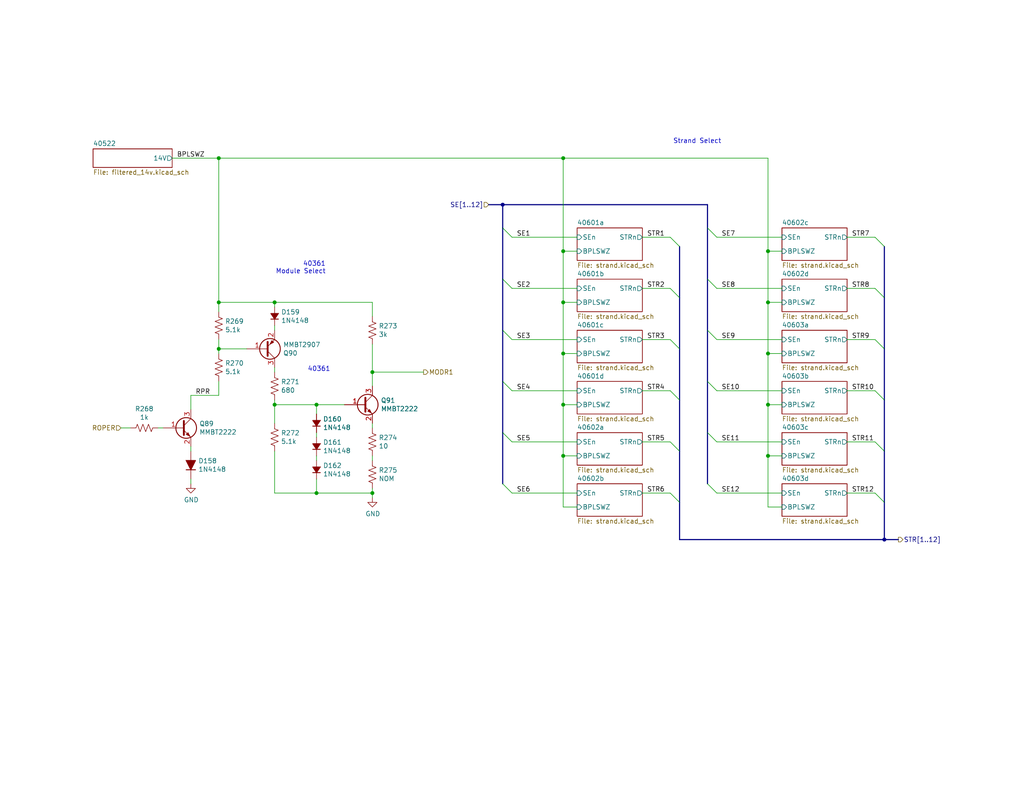
<source format=kicad_sch>
(kicad_sch (version 20211123) (generator eeschema)
  (paper "USLetter")
  (lib_symbols
    (symbol "Device:D_Filled" (pin_numbers hide) (pin_names (offset 1.016) hide)
      (property "Reference" "D" (at 0 2.54 0))
      (property "Value" "D_Filled" (at 0 -2.54 0))
      (symbol "D_Filled_0_1"
        (polyline (pts (xy -1.27 1.27) (xy -1.27 -1.27)) (stroke (width 0.254)))
        (polyline (pts (xy 1.27 0) (xy -1.27 0)))
        (polyline (pts (xy 1.27 1.27) (xy 1.27 -1.27) (xy -1.27 0) (xy 1.27 1.27)) (stroke (width 0.254)) (fill (type outline)))
      )
      (symbol "D_Filled_1_1"
        (pin passive line (at -3.81 0 0) (length 2.54) (name "K") (number "1"))
        (pin passive line (at 3.81 0 180) (length 2.54) (name "A") (number "2"))
      )
    )
    (symbol "Device:D_Small_Filled" (pin_numbers hide) (pin_names (offset 0.254) hide)
      (property "Reference" "D" (at -1.27 2.032 0))
      (property "Value" "D_Small_Filled" (at -3.81 -2.032 0))
      (symbol "D_Small_Filled_0_1"
        (polyline (pts (xy -0.762 -1.016) (xy -0.762 1.016)) (stroke (width 0.254)))
        (polyline (pts (xy -0.762 0) (xy 0.762 0)))
        (polyline (pts (xy 0.762 -1.016) (xy -0.762 0) (xy 0.762 1.016) (xy 0.762 -1.016)) (stroke (width 0.254)) (fill (type outline)))
      )
      (symbol "D_Small_Filled_1_1"
        (pin passive line (at -2.54 0 0) (length 1.778) (name "K") (number "1"))
        (pin passive line (at 2.54 0 180) (length 1.778) (name "A") (number "2"))
      )
    )
    (symbol "Device:Q_NPN_BEC" (pin_names (offset 0) hide)
      (property "Reference" "Q" (at 5.08 1.27 0))
      (property "Value" "Q_NPN_BEC" (at 5.08 -1.27 0))
      (symbol "Q_NPN_BEC_0_1"
        (polyline (pts (xy 0.635 0.635) (xy 2.54 2.54)))
        (polyline (pts (xy 0.635 -0.635) (xy 2.54 -2.54) (xy 2.54 -2.54)))
        (polyline (pts (xy 0.635 1.905) (xy 0.635 -1.905) (xy 0.635 -1.905)) (stroke (width 0.508)))
        (polyline (pts (xy 1.27 -1.778) (xy 1.778 -1.27) (xy 2.286 -2.286) (xy 1.27 -1.778) (xy 1.27 -1.778)) (fill (type outline)))
        (circle (center 1.27 0) (radius 2.8194) (stroke (width 0.254)))
      )
      (symbol "Q_NPN_BEC_1_1"
        (pin input line (at -5.08 0 0) (length 5.715) (name "B") (number "1"))
        (pin passive line (at 2.54 -5.08 90) (length 2.54) (name "E") (number "2"))
        (pin passive line (at 2.54 5.08 270) (length 2.54) (name "C") (number "3"))
      )
    )
    (symbol "Device:Q_PNP_BEC" (pin_names (offset 0) hide)
      (property "Reference" "Q" (at 5.08 1.27 0))
      (property "Value" "Q_PNP_BEC" (at 5.08 -1.27 0))
      (symbol "Q_PNP_BEC_0_1"
        (polyline (pts (xy 0.635 0.635) (xy 2.54 2.54)))
        (polyline (pts (xy 0.635 -0.635) (xy 2.54 -2.54) (xy 2.54 -2.54)))
        (polyline (pts (xy 0.635 1.905) (xy 0.635 -1.905) (xy 0.635 -1.905)) (stroke (width 0.508)))
        (polyline (pts (xy 2.286 -1.778) (xy 1.778 -2.286) (xy 1.27 -1.27) (xy 2.286 -1.778) (xy 2.286 -1.778)) (fill (type outline)))
        (circle (center 1.27 0) (radius 2.8194) (stroke (width 0.254)))
      )
      (symbol "Q_PNP_BEC_1_1"
        (pin input line (at -5.08 0 0) (length 5.715) (name "B") (number "1"))
        (pin passive line (at 2.54 -5.08 90) (length 2.54) (name "E") (number "2"))
        (pin passive line (at 2.54 5.08 270) (length 2.54) (name "C") (number "3"))
      )
    )
    (symbol "Device:R_US" (pin_numbers hide) (pin_names (offset 0))
      (property "Reference" "R" (at 2.54 0 90))
      (property "Value" "R_US" (at -2.54 0 90))
      (symbol "R_US_0_1"
        (polyline (pts (xy 0 -2.286) (xy 0 -2.54)))
        (polyline (pts (xy 0 2.286) (xy 0 2.54)))
        (polyline (pts (xy 0 -0.762) (xy 1.016 -1.143) (xy 0 -1.524) (xy -1.016 -1.905) (xy 0 -2.286)))
        (polyline (pts (xy 0 0.762) (xy 1.016 0.381) (xy 0 0) (xy -1.016 -0.381) (xy 0 -0.762)))
        (polyline (pts (xy 0 2.286) (xy 1.016 1.905) (xy 0 1.524) (xy -1.016 1.143) (xy 0 0.762)))
      )
      (symbol "R_US_1_1"
        (pin passive line (at 0 3.81 270) (length 1.27) (name "~") (number "1"))
        (pin passive line (at 0 -3.81 90) (length 1.27) (name "~") (number "2"))
      )
    )
    (symbol "power:GND" (power) (pin_names (offset 0))
      (property "Value" "GND" (at 0 -3.81 0))
      (symbol "GND_0_1"
        (polyline (pts (xy 0 0) (xy 0 -1.27) (xy 1.27 -1.27) (xy 0 -2.54) (xy -1.27 -1.27) (xy 0 -1.27)))
      )
      (symbol "GND_1_1"
        (pin power_in line (at 0 0 270) (length 0) hide (name "GND") (number "1"))
      )
    )
  )
  (junction (at 153.67 110.49))
  (junction (at 59.69 43.18))
  (junction (at 86.36 110.49))
  (junction (at 101.6 101.6))
  (junction (at 153.67 68.58))
  (junction (at 209.55 82.55))
  (junction (at 86.36 134.62))
  (junction (at 153.67 82.55))
  (junction (at 209.55 96.52))
  (junction (at 59.69 82.55))
  (junction (at 209.55 110.49))
  (junction (at 59.69 95.25))
  (junction (at 74.93 82.55))
  (junction (at 153.67 124.46))
  (junction (at 153.67 96.52))
  (junction (at 153.67 43.18))
  (junction (at 209.55 68.58))
  (junction (at 74.93 110.49))
  (junction (at 241.3 147.32))
  (junction (at 101.6 134.62))
  (junction (at 137.16 55.88))
  (junction (at 209.55 124.46))
  (bus_entry (at 185.42 67.31) (size -2.54 -2.54))
  (bus_entry (at 193.04 90.17) (size 2.54 2.54))
  (bus_entry (at 241.3 109.22) (size -2.54 -2.54))
  (bus_entry (at 193.04 132.08) (size 2.54 2.54))
  (bus_entry (at 137.16 132.08) (size 2.54 2.54))
  (bus_entry (at 193.04 118.11) (size 2.54 2.54))
  (bus_entry (at 193.04 76.2) (size 2.54 2.54))
  (bus_entry (at 185.42 123.19) (size -2.54 -2.54))
  (bus_entry (at 241.3 67.31) (size -2.54 -2.54))
  (bus_entry (at 137.16 104.14) (size 2.54 2.54))
  (bus_entry (at 241.3 95.25) (size -2.54 -2.54))
  (bus_entry (at 137.16 90.17) (size 2.54 2.54))
  (bus_entry (at 185.42 109.22) (size -2.54 -2.54))
  (bus_entry (at 241.3 137.16) (size -2.54 -2.54))
  (bus_entry (at 241.3 123.19) (size -2.54 -2.54))
  (bus_entry (at 193.04 104.14) (size 2.54 2.54))
  (bus_entry (at 185.42 95.25) (size -2.54 -2.54))
  (bus_entry (at 185.42 137.16) (size -2.54 -2.54))
  (bus_entry (at 193.04 62.23) (size 2.54 2.54))
  (bus_entry (at 137.16 76.2) (size 2.54 2.54))
  (bus_entry (at 137.16 118.11) (size 2.54 2.54))
  (bus_entry (at 137.16 62.23) (size 2.54 2.54))
  (bus_entry (at 241.3 81.28) (size -2.54 -2.54))
  (bus_entry (at 185.42 81.28) (size -2.54 -2.54))
  (bus (pts (xy 241.3 137.16) (xy 241.3 147.32)))
  (bus (pts (xy 185.42 95.25) (xy 185.42 109.22)))
  (wire (pts (xy 213.36 96.52) (xy 209.55 96.52)))
  (wire (pts (xy 59.69 95.25) (xy 67.31 95.25)))
  (wire (pts (xy 153.67 110.49) (xy 153.67 124.46)))
  (wire (pts (xy 59.69 82.55) (xy 59.69 85.09)))
  (bus (pts (xy 193.04 62.23) (xy 193.04 76.2)))
  (wire (pts (xy 101.6 125.73) (xy 101.6 124.46)))
  (wire (pts (xy 175.26 120.65) (xy 182.88 120.65)))
  (bus (pts (xy 241.3 123.19) (xy 241.3 137.16)))
  (wire (pts (xy 74.93 100.33) (xy 74.93 101.6)))
  (wire (pts (xy 74.93 88.9) (xy 74.93 90.17)))
  (bus (pts (xy 193.04 55.88) (xy 193.04 62.23)))
  (wire (pts (xy 74.93 123.19) (xy 74.93 134.62)))
  (bus (pts (xy 193.04 76.2) (xy 193.04 90.17)))
  (wire (pts (xy 153.67 68.58) (xy 153.67 82.55)))
  (wire (pts (xy 86.36 110.49) (xy 86.36 113.03)))
  (wire (pts (xy 33.02 116.84) (xy 35.56 116.84)))
  (wire (pts (xy 195.58 120.65) (xy 213.36 120.65)))
  (bus (pts (xy 241.3 81.28) (xy 241.3 95.25)))
  (wire (pts (xy 209.55 124.46) (xy 209.55 138.43)))
  (wire (pts (xy 93.98 110.49) (xy 86.36 110.49)))
  (wire (pts (xy 43.18 116.84) (xy 44.45 116.84)))
  (bus (pts (xy 137.16 90.17) (xy 137.16 104.14)))
  (wire (pts (xy 101.6 86.36) (xy 101.6 82.55)))
  (bus (pts (xy 185.42 81.28) (xy 185.42 95.25)))
  (bus (pts (xy 137.16 55.88) (xy 133.35 55.88)))
  (bus (pts (xy 185.42 147.32) (xy 241.3 147.32)))
  (wire (pts (xy 74.93 110.49) (xy 74.93 115.57)))
  (wire (pts (xy 157.48 124.46) (xy 153.67 124.46)))
  (wire (pts (xy 231.14 64.77) (xy 238.76 64.77)))
  (wire (pts (xy 213.36 110.49) (xy 209.55 110.49)))
  (bus (pts (xy 185.42 137.16) (xy 185.42 147.32)))
  (wire (pts (xy 52.07 121.92) (xy 52.07 123.19)))
  (bus (pts (xy 185.42 123.19) (xy 185.42 137.16)))
  (wire (pts (xy 139.7 78.74) (xy 157.48 78.74)))
  (wire (pts (xy 74.93 134.62) (xy 86.36 134.62)))
  (wire (pts (xy 139.7 106.68) (xy 157.48 106.68)))
  (wire (pts (xy 175.26 134.62) (xy 182.88 134.62)))
  (bus (pts (xy 241.3 95.25) (xy 241.3 109.22)))
  (wire (pts (xy 175.26 106.68) (xy 182.88 106.68)))
  (wire (pts (xy 139.7 120.65) (xy 157.48 120.65)))
  (wire (pts (xy 157.48 138.43) (xy 153.67 138.43)))
  (wire (pts (xy 59.69 95.25) (xy 59.69 96.52)))
  (wire (pts (xy 52.07 130.81) (xy 52.07 132.08)))
  (wire (pts (xy 86.36 119.38) (xy 86.36 118.11)))
  (wire (pts (xy 59.69 92.71) (xy 59.69 95.25)))
  (wire (pts (xy 101.6 105.41) (xy 101.6 101.6)))
  (wire (pts (xy 157.48 110.49) (xy 153.67 110.49)))
  (wire (pts (xy 139.7 64.77) (xy 157.48 64.77)))
  (wire (pts (xy 46.99 43.18) (xy 59.69 43.18)))
  (bus (pts (xy 241.3 109.22) (xy 241.3 123.19)))
  (wire (pts (xy 209.55 43.18) (xy 209.55 68.58)))
  (bus (pts (xy 185.42 109.22) (xy 185.42 123.19)))
  (bus (pts (xy 137.16 55.88) (xy 193.04 55.88)))
  (wire (pts (xy 86.36 134.62) (xy 101.6 134.62)))
  (wire (pts (xy 101.6 82.55) (xy 74.93 82.55)))
  (wire (pts (xy 213.36 124.46) (xy 209.55 124.46)))
  (wire (pts (xy 74.93 109.22) (xy 74.93 110.49)))
  (wire (pts (xy 59.69 43.18) (xy 153.67 43.18)))
  (wire (pts (xy 231.14 92.71) (xy 238.76 92.71)))
  (wire (pts (xy 195.58 106.68) (xy 213.36 106.68)))
  (wire (pts (xy 52.07 107.95) (xy 59.69 107.95)))
  (bus (pts (xy 193.04 104.14) (xy 193.04 118.11)))
  (wire (pts (xy 195.58 78.74) (xy 213.36 78.74)))
  (wire (pts (xy 213.36 68.58) (xy 209.55 68.58)))
  (wire (pts (xy 231.14 78.74) (xy 238.76 78.74)))
  (wire (pts (xy 157.48 96.52) (xy 153.67 96.52)))
  (bus (pts (xy 193.04 90.17) (xy 193.04 104.14)))
  (wire (pts (xy 139.7 92.71) (xy 157.48 92.71)))
  (wire (pts (xy 59.69 104.14) (xy 59.69 107.95)))
  (wire (pts (xy 175.26 78.74) (xy 182.88 78.74)))
  (wire (pts (xy 209.55 96.52) (xy 209.55 110.49)))
  (wire (pts (xy 209.55 138.43) (xy 213.36 138.43)))
  (wire (pts (xy 195.58 134.62) (xy 213.36 134.62)))
  (wire (pts (xy 139.7 134.62) (xy 157.48 134.62)))
  (wire (pts (xy 86.36 134.62) (xy 86.36 130.81)))
  (bus (pts (xy 137.16 118.11) (xy 137.16 132.08)))
  (wire (pts (xy 231.14 106.68) (xy 238.76 106.68)))
  (wire (pts (xy 209.55 110.49) (xy 209.55 124.46)))
  (wire (pts (xy 195.58 64.77) (xy 213.36 64.77)))
  (wire (pts (xy 101.6 134.62) (xy 101.6 133.35)))
  (bus (pts (xy 137.16 62.23) (xy 137.16 76.2)))
  (bus (pts (xy 193.04 118.11) (xy 193.04 132.08)))
  (wire (pts (xy 157.48 68.58) (xy 153.67 68.58)))
  (bus (pts (xy 137.16 104.14) (xy 137.16 118.11)))
  (bus (pts (xy 241.3 147.32) (xy 245.11 147.32)))
  (bus (pts (xy 137.16 76.2) (xy 137.16 90.17)))
  (wire (pts (xy 74.93 110.49) (xy 86.36 110.49)))
  (wire (pts (xy 231.14 134.62) (xy 238.76 134.62)))
  (wire (pts (xy 52.07 111.76) (xy 52.07 107.95)))
  (wire (pts (xy 175.26 64.77) (xy 182.88 64.77)))
  (wire (pts (xy 195.58 92.71) (xy 213.36 92.71)))
  (wire (pts (xy 101.6 101.6) (xy 101.6 93.98)))
  (bus (pts (xy 185.42 67.31) (xy 185.42 81.28)))
  (wire (pts (xy 101.6 101.6) (xy 115.57 101.6)))
  (wire (pts (xy 153.67 43.18) (xy 209.55 43.18)))
  (wire (pts (xy 175.26 92.71) (xy 182.88 92.71)))
  (wire (pts (xy 153.67 43.18) (xy 153.67 68.58)))
  (wire (pts (xy 59.69 82.55) (xy 74.93 82.55)))
  (wire (pts (xy 74.93 82.55) (xy 74.93 83.82)))
  (bus (pts (xy 137.16 55.88) (xy 137.16 62.23)))
  (wire (pts (xy 153.67 82.55) (xy 153.67 96.52)))
  (wire (pts (xy 153.67 124.46) (xy 153.67 138.43)))
  (wire (pts (xy 231.14 120.65) (xy 238.76 120.65)))
  (wire (pts (xy 157.48 82.55) (xy 153.67 82.55)))
  (wire (pts (xy 153.67 96.52) (xy 153.67 110.49)))
  (wire (pts (xy 213.36 82.55) (xy 209.55 82.55)))
  (bus (pts (xy 241.3 67.31) (xy 241.3 81.28)))
  (wire (pts (xy 101.6 135.89) (xy 101.6 134.62)))
  (wire (pts (xy 86.36 125.73) (xy 86.36 124.46)))
  (wire (pts (xy 59.69 43.18) (xy 59.69 82.55)))
  (wire (pts (xy 209.55 68.58) (xy 209.55 82.55)))
  (wire (pts (xy 101.6 116.84) (xy 101.6 115.57)))
  (wire (pts (xy 209.55 82.55) (xy 209.55 96.52)))
  (text "40361\nModule Select" (at 88.9 74.93 180) (effects (font (size 1.27 1.27)) (justify right bottom)))
  (text "Strand Select" (at 196.85 39.37 180) (effects (font (size 1.27 1.27)) (justify right bottom)))
  (text "40361" (at 90.17 101.6 180) (effects (font (size 1.27 1.27)) (justify right bottom)))
  (label "STR4" (at 176.53 106.68 0))
  (label "STR11" (at 232.41 120.65 0))
  (label "STR6" (at 176.53 134.62 0))
  (label "SE12" (at 196.85 134.62 0))
  (label "STR10" (at 232.41 106.68 0))
  (label "SE7" (at 196.85 64.77 0))
  (label "STR1" (at 176.53 64.77 0))
  (label "SE10" (at 196.85 106.68 0))
  (label "SE4" (at 140.97 106.68 0))
  (label "STR12" (at 232.41 134.62 0))
  (label "STR9" (at 232.41 92.71 0))
  (label "SE2" (at 140.97 78.74 0))
  (label "STR2" (at 176.53 78.74 0))
  (label "BPLSWZ" (at 55.88 43.18 180))
  (label "SE1" (at 140.97 64.77 0))
  (label "RPR" (at 53.34 107.95 0))
  (label "STR5" (at 176.53 120.65 0))
  (label "SE8" (at 196.85 78.74 0))
  (label "SE5" (at 140.97 120.65 0))
  (label "STR3" (at 176.53 92.71 0))
  (label "STR8" (at 232.41 78.74 0))
  (label "STR7" (at 232.41 64.77 0))
  (label "SE6" (at 140.97 134.62 0))
  (label "SE11" (at 196.85 120.65 0))
  (label "SE3" (at 140.97 92.71 0))
  (label "SE9" (at 196.85 92.71 0))
  (hierarchical_label "SE[1..12]" (shape input) (at 133.35 55.88 180))
  (hierarchical_label "ROPER" (shape input) (at 33.02 116.84 180))
  (hierarchical_label "MODR1" (shape output) (at 115.57 101.6 0))
  (hierarchical_label "STR[1..12]" (shape output) (at 245.11 147.32 0))
  (symbol (lib_id "Device:R_US") (at 59.69 100.33 0) (unit 1)
    (property "Reference" "R270" (at 61.4172 99.1616 0) (effects (justify left)))
    (property "Value" "5.1k" (at 61.4172 101.473 0) (effects (justify left)))
    (property "Footprint" "Resistor_SMD:R_0603_1608Metric" (effects hide))
  )
  (symbol (lib_id "Device:R_US") (at 59.69 88.9 0) (unit 1)
    (property "Reference" "R269" (at 61.4172 87.7316 0) (effects (justify left)))
    (property "Value" "5.1k" (at 61.4172 90.043 0) (effects (justify left)))
    (property "Footprint" "Resistor_SMD:R_0603_1608Metric" (effects hide))
  )
  (symbol (lib_id "Device:Q_PNP_BEC") (at 72.39 95.25 0) (mirror x) (unit 1)
    (property "Reference" "Q90" (at 77.2414 96.4184 0) (effects (justify left)))
    (property "Value" "MMBT2907" (at 77.2414 94.107 0) (effects (justify left)))
    (property "Footprint" "Package_TO_SOT_SMD:SOT-23" (effects hide))
    (property "Digikey" "https://www.digikey.com/en/products/detail/MMBT2907A-G/641-1952-1-ND/9477883" (effects hide))
    (property "Part Number" "MMBT2907A-G" (effects hide))
  )
  (symbol (lib_id "Device:R_US") (at 74.93 105.41 0) (unit 1)
    (property "Reference" "R271" (at 76.6572 104.2416 0) (effects (justify left)))
    (property "Value" "680" (at 76.6572 106.553 0) (effects (justify left)))
    (property "Footprint" "Resistor_SMD:R_0603_1608Metric" (effects hide))
  )
  (symbol (lib_id "Device:R_US") (at 74.93 119.38 0) (unit 1)
    (property "Reference" "R272" (at 76.6572 118.2116 0) (effects (justify left)))
    (property "Value" "5.1k" (at 76.6572 120.523 0) (effects (justify left)))
    (property "Footprint" "Resistor_SMD:R_0603_1608Metric" (effects hide))
  )
  (symbol (lib_id "Device:D_Small_Filled") (at 74.93 86.36 90) (unit 1)
    (property "Reference" "D159" (at 76.708 85.1916 90) (effects (justify right)))
    (property "Value" "1N4148" (at 76.708 87.503 90) (effects (justify right)))
    (property "Footprint" "lachesis:D_SOD-323" (effects hide))
    (property "Part Number" "1N4148WSTR" (effects hide))
    (property "Digikey" "https://www.digikey.com/en/products/detail/smc-diode-solutions/1N4148WSTR/6022449" (effects hide))
  )
  (symbol (lib_id "Device:D_Small_Filled") (at 86.36 115.57 90) (unit 1)
    (property "Reference" "D160" (at 88.138 114.4016 90) (effects (justify right)))
    (property "Value" "1N4148" (at 88.138 116.713 90) (effects (justify right)))
    (property "Footprint" "lachesis:D_SOD-323" (effects hide))
    (property "Part Number" "1N4148WSTR" (effects hide))
    (property "Digikey" "https://www.digikey.com/en/products/detail/smc-diode-solutions/1N4148WSTR/6022449" (effects hide))
  )
  (symbol (lib_id "Device:D_Small_Filled") (at 86.36 121.92 90) (unit 1)
    (property "Reference" "D161" (at 88.138 120.7516 90) (effects (justify right)))
    (property "Value" "1N4148" (at 88.138 123.063 90) (effects (justify right)))
    (property "Footprint" "lachesis:D_SOD-323" (effects hide))
    (property "Part Number" "1N4148WSTR" (effects hide))
    (property "Digikey" "https://www.digikey.com/en/products/detail/smc-diode-solutions/1N4148WSTR/6022449" (effects hide))
  )
  (symbol (lib_id "Device:D_Small_Filled") (at 86.36 128.27 90) (unit 1)
    (property "Reference" "D162" (at 88.138 127.1016 90) (effects (justify right)))
    (property "Value" "1N4148" (at 88.138 129.413 90) (effects (justify right)))
    (property "Footprint" "lachesis:D_SOD-323" (effects hide))
    (property "Part Number" "1N4148WSTR" (effects hide))
    (property "Digikey" "https://www.digikey.com/en/products/detail/smc-diode-solutions/1N4148WSTR/6022449" (effects hide))
  )
  (symbol (lib_id "Device:Q_NPN_BEC") (at 99.06 110.49 0) (unit 1)
    (property "Reference" "Q91" (at 103.9114 109.3216 0) (effects (justify left)))
    (property "Value" "MMBT2222" (at 103.9114 111.633 0) (effects (justify left)))
    (property "Footprint" "Package_TO_SOT_SMD:SOT-23" (effects hide))
    (property "Digikey" "https://www.digikey.com/en/products/detail/MMBT2222A-G/641-1942-1-ND/9477875" (effects hide))
    (property "Part Number" "MMBT2222A-G" (effects hide))
  )
  (symbol (lib_id "Device:R_US") (at 101.6 120.65 0) (unit 1)
    (property "Reference" "R274" (at 103.3272 119.4816 0) (effects (justify left)))
    (property "Value" "10" (at 103.3272 121.793 0) (effects (justify left)))
    (property "Footprint" "Resistor_SMD:R_0603_1608Metric" (effects hide))
  )
  (symbol (lib_id "Device:R_US") (at 101.6 129.54 0) (unit 1)
    (property "Reference" "R275" (at 103.3272 128.3716 0) (effects (justify left)))
    (property "Value" "NOM" (at 103.3272 130.683 0) (effects (justify left)))
    (property "Footprint" "Resistor_SMD:R_0603_1608Metric" (effects hide))
  )
  (symbol (lib_id "Device:R_US") (at 101.6 90.17 0) (unit 1)
    (property "Reference" "R273" (at 103.3272 89.0016 0) (effects (justify left)))
    (property "Value" "3k" (at 103.3272 91.313 0) (effects (justify left)))
    (property "Footprint" "Resistor_SMD:R_0603_1608Metric" (effects hide))
  )
  (symbol (lib_id "Device:R_US") (at 39.37 116.84 270) (unit 1)
    (property "Reference" "R268" (at 39.37 111.633 90))
    (property "Value" "1k" (at 39.37 113.9444 90))
    (property "Footprint" "Resistor_SMD:R_0603_1608Metric" (effects hide))
  )
  (symbol (lib_id "Device:Q_NPN_BEC") (at 49.53 116.84 0) (unit 1)
    (property "Reference" "Q89" (at 54.3814 115.6716 0) (effects (justify left)))
    (property "Value" "MMBT2222" (at 54.3814 117.983 0) (effects (justify left)))
    (property "Footprint" "Package_TO_SOT_SMD:SOT-23" (effects hide))
    (property "Digikey" "https://www.digikey.com/en/products/detail/MMBT2222A-G/641-1942-1-ND/9477875" (effects hide))
    (property "Part Number" "MMBT2222A-G" (effects hide))
  )
  (symbol (lib_id "Device:D_Filled") (at 52.07 127 90) (unit 1)
    (property "Reference" "D158" (at 54.102 125.8316 90) (effects (justify right)))
    (property "Value" "1N4148" (at 54.102 128.143 90) (effects (justify right)))
    (property "Footprint" "lachesis:D_SOD-323" (effects hide))
    (property "Part Number" "1N4148WSTR" (effects hide))
    (property "Digikey" "https://www.digikey.com/en/products/detail/smc-diode-solutions/1N4148WSTR/6022449" (effects hide))
  )
  (symbol (lib_id "power:GND") (at 52.07 132.08 0) (unit 1)
    (property "Reference" "#PWR0160" (effects hide))
    (property "Value" "GND" (at 52.197 136.4742 0))
  )
  (symbol (lib_id "power:GND") (at 101.6 135.89 0) (unit 1)
    (property "Reference" "#PWR0161" (effects hide))
    (property "Value" "GND" (at 101.727 140.2842 0))
  )
  (sheet (at 157.48 62.23) (size 17.78 8.89)
    (property "Sheet name" "40601a" (at 157.48 61.5184 0) (effects (justify left bottom)))
    (property "Sheet file" "strand.kicad_sch" (at 157.48 71.7046 0) (effects (justify left top)))
    (pin "STRn" output (at 175.26 64.77 0))
    (pin "SEn" input (at 157.48 64.77 180))
    (pin "BPLSWZ" input (at 157.48 68.58 180))
  )
  (sheet (at 157.48 76.2) (size 17.78 8.89)
    (property "Sheet name" "40601b" (at 157.48 75.4884 0) (effects (justify left bottom)))
    (property "Sheet file" "strand.kicad_sch" (at 157.48 85.6746 0) (effects (justify left top)))
    (pin "STRn" output (at 175.26 78.74 0))
    (pin "SEn" input (at 157.48 78.74 180))
    (pin "BPLSWZ" input (at 157.48 82.55 180))
  )
  (sheet (at 157.48 90.17) (size 17.78 8.89)
    (property "Sheet name" "40601c" (at 157.48 89.4584 0) (effects (justify left bottom)))
    (property "Sheet file" "strand.kicad_sch" (at 157.48 99.6446 0) (effects (justify left top)))
    (pin "STRn" output (at 175.26 92.71 0))
    (pin "SEn" input (at 157.48 92.71 180))
    (pin "BPLSWZ" input (at 157.48 96.52 180))
  )
  (sheet (at 157.48 104.14) (size 17.78 8.89)
    (property "Sheet name" "40601d" (at 157.48 103.4284 0) (effects (justify left bottom)))
    (property "Sheet file" "strand.kicad_sch" (at 157.48 113.6146 0) (effects (justify left top)))
    (pin "STRn" output (at 175.26 106.68 0))
    (pin "SEn" input (at 157.48 106.68 180))
    (pin "BPLSWZ" input (at 157.48 110.49 180))
  )
  (sheet (at 157.48 118.11) (size 17.78 8.89)
    (property "Sheet name" "40602a" (at 157.48 117.3984 0) (effects (justify left bottom)))
    (property "Sheet file" "strand.kicad_sch" (at 157.48 127.5846 0) (effects (justify left top)))
    (pin "STRn" output (at 175.26 120.65 0))
    (pin "SEn" input (at 157.48 120.65 180))
    (pin "BPLSWZ" input (at 157.48 124.46 180))
  )
  (sheet (at 157.48 132.08) (size 17.78 8.89)
    (property "Sheet name" "40602b" (at 157.48 131.3684 0) (effects (justify left bottom)))
    (property "Sheet file" "strand.kicad_sch" (at 157.48 141.5546 0) (effects (justify left top)))
    (pin "STRn" output (at 175.26 134.62 0))
    (pin "SEn" input (at 157.48 134.62 180))
    (pin "BPLSWZ" input (at 157.48 138.43 180))
  )
  (sheet (at 213.36 62.23) (size 17.78 8.89)
    (property "Sheet name" "40602c" (at 213.36 61.5184 0) (effects (justify left bottom)))
    (property "Sheet file" "strand.kicad_sch" (at 213.36 71.7046 0) (effects (justify left top)))
    (pin "STRn" output (at 231.14 64.77 0))
    (pin "SEn" input (at 213.36 64.77 180))
    (pin "BPLSWZ" input (at 213.36 68.58 180))
  )
  (sheet (at 213.36 76.2) (size 17.78 8.89)
    (property "Sheet name" "40602d" (at 213.36 75.4884 0) (effects (justify left bottom)))
    (property "Sheet file" "strand.kicad_sch" (at 213.36 85.6746 0) (effects (justify left top)))
    (pin "STRn" output (at 231.14 78.74 0))
    (pin "SEn" input (at 213.36 78.74 180))
    (pin "BPLSWZ" input (at 213.36 82.55 180))
  )
  (sheet (at 213.36 90.17) (size 17.78 8.89)
    (property "Sheet name" "40603a" (at 213.36 89.4584 0) (effects (justify left bottom)))
    (property "Sheet file" "strand.kicad_sch" (at 213.36 99.6446 0) (effects (justify left top)))
    (pin "STRn" output (at 231.14 92.71 0))
    (pin "SEn" input (at 213.36 92.71 180))
    (pin "BPLSWZ" input (at 213.36 96.52 180))
  )
  (sheet (at 213.36 104.14) (size 17.78 8.89)
    (property "Sheet name" "40603b" (at 213.36 103.4284 0) (effects (justify left bottom)))
    (property "Sheet file" "strand.kicad_sch" (at 213.36 113.6146 0) (effects (justify left top)))
    (pin "STRn" output (at 231.14 106.68 0))
    (pin "SEn" input (at 213.36 106.68 180))
    (pin "BPLSWZ" input (at 213.36 110.49 180))
  )
  (sheet (at 213.36 118.11) (size 17.78 8.89)
    (property "Sheet name" "40603c" (at 213.36 117.3984 0) (effects (justify left bottom)))
    (property "Sheet file" "strand.kicad_sch" (at 213.36 127.5846 0) (effects (justify left top)))
    (pin "STRn" output (at 231.14 120.65 0))
    (pin "SEn" input (at 213.36 120.65 180))
    (pin "BPLSWZ" input (at 213.36 124.46 180))
  )
  (sheet (at 213.36 132.08) (size 17.78 8.89)
    (property "Sheet name" "40603d" (at 213.36 131.3684 0) (effects (justify left bottom)))
    (property "Sheet file" "strand.kicad_sch" (at 213.36 141.5546 0) (effects (justify left top)))
    (pin "STRn" output (at 231.14 134.62 0))
    (pin "SEn" input (at 213.36 134.62 180))
    (pin "BPLSWZ" input (at 213.36 138.43 180))
  )
  (sheet (at 25.4 40.64) (size 21.59 5.08)
    (property "Sheet name" "40522" (at 25.4 39.9284 0) (effects (justify left bottom)))
    (property "Sheet file" "filtered_14v.kicad_sch" (at 25.4 46.3046 0) (effects (justify left top)))
    (pin "14V" output (at 46.99 43.18 0))
  )
)
</source>
